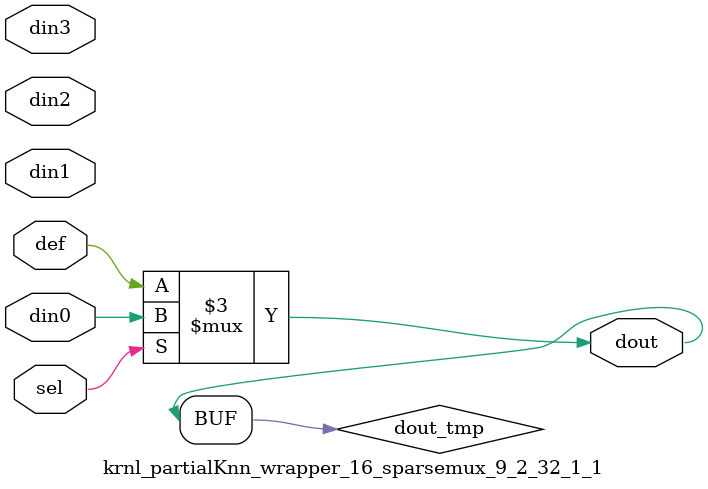
<source format=v>
`timescale 1ns / 1ps

module krnl_partialKnn_wrapper_16_sparsemux_9_2_32_1_1 (din0,din1,din2,din3,def,sel,dout);

parameter din0_WIDTH = 1;

parameter din1_WIDTH = 1;

parameter din2_WIDTH = 1;

parameter din3_WIDTH = 1;

parameter def_WIDTH = 1;
parameter sel_WIDTH = 1;
parameter dout_WIDTH = 1;

parameter [sel_WIDTH-1:0] CASE0 = 1;

parameter [sel_WIDTH-1:0] CASE1 = 1;

parameter [sel_WIDTH-1:0] CASE2 = 1;

parameter [sel_WIDTH-1:0] CASE3 = 1;

parameter ID = 1;
parameter NUM_STAGE = 1;



input [din0_WIDTH-1:0] din0;

input [din1_WIDTH-1:0] din1;

input [din2_WIDTH-1:0] din2;

input [din3_WIDTH-1:0] din3;

input [def_WIDTH-1:0] def;
input [sel_WIDTH-1:0] sel;

output [dout_WIDTH-1:0] dout;



reg [dout_WIDTH-1:0] dout_tmp;

always @ (*) begin
case (sel)
    
    CASE0 : dout_tmp = din0;
    
    CASE1 : dout_tmp = din1;
    
    CASE2 : dout_tmp = din2;
    
    CASE3 : dout_tmp = din3;
    
    default : dout_tmp = def;
endcase
end


assign dout = dout_tmp;



endmodule

</source>
